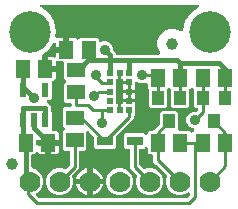
<source format=gbr>
G04 EAGLE Gerber RS-274X export*
G75*
%MOMM*%
%FSLAX34Y34*%
%LPD*%
%INTop Copper*%
%IPPOS*%
%AMOC8*
5,1,8,0,0,1.08239X$1,22.5*%
G01*
%ADD10R,0.500000X0.500000*%
%ADD11R,0.550000X1.200000*%
%ADD12R,1.240000X1.500000*%
%ADD13R,1.000000X1.200000*%
%ADD14R,1.500000X1.240000*%
%ADD15C,1.000000*%
%ADD16C,3.516000*%
%ADD17C,1.778000*%
%ADD18R,1.350000X0.800000*%
%ADD19C,0.254000*%
%ADD20C,0.906400*%
%ADD21C,0.406400*%

G36*
X158014Y11443D02*
X158014Y11443D01*
X158113Y11446D01*
X158171Y11463D01*
X158231Y11471D01*
X158323Y11507D01*
X158419Y11535D01*
X158471Y11565D01*
X158527Y11588D01*
X158607Y11646D01*
X158692Y11696D01*
X158768Y11762D01*
X158784Y11774D01*
X158792Y11784D01*
X158813Y11802D01*
X160918Y13907D01*
X160978Y13985D01*
X161046Y14057D01*
X161075Y14110D01*
X161112Y14158D01*
X161152Y14249D01*
X161200Y14336D01*
X161215Y14394D01*
X161239Y14450D01*
X161254Y14548D01*
X161279Y14644D01*
X161285Y14744D01*
X161289Y14764D01*
X161287Y14776D01*
X161289Y14804D01*
X161289Y15060D01*
X161272Y15197D01*
X161259Y15336D01*
X161252Y15355D01*
X161249Y15375D01*
X161198Y15505D01*
X161151Y15635D01*
X161140Y15652D01*
X161132Y15671D01*
X161051Y15783D01*
X160973Y15898D01*
X160957Y15912D01*
X160946Y15928D01*
X160839Y16017D01*
X160734Y16109D01*
X160716Y16118D01*
X160701Y16131D01*
X160575Y16190D01*
X160451Y16253D01*
X160431Y16258D01*
X160413Y16266D01*
X160277Y16293D01*
X160141Y16323D01*
X160120Y16322D01*
X160101Y16326D01*
X159962Y16318D01*
X159823Y16313D01*
X159803Y16308D01*
X159783Y16306D01*
X159651Y16264D01*
X159517Y16225D01*
X159500Y16215D01*
X159481Y16208D01*
X159363Y16134D01*
X159243Y16063D01*
X159222Y16045D01*
X159212Y16038D01*
X159198Y16023D01*
X159122Y15957D01*
X158875Y15709D01*
X154674Y13969D01*
X150126Y13969D01*
X145925Y15709D01*
X142709Y18925D01*
X140969Y23126D01*
X140969Y27674D01*
X141748Y29554D01*
X141756Y29583D01*
X141770Y29609D01*
X141798Y29736D01*
X141832Y29861D01*
X141833Y29891D01*
X141839Y29920D01*
X141835Y30049D01*
X141837Y30179D01*
X141830Y30208D01*
X141830Y30237D01*
X141793Y30362D01*
X141763Y30488D01*
X141749Y30515D01*
X141741Y30543D01*
X141675Y30655D01*
X141614Y30770D01*
X141595Y30791D01*
X141580Y30817D01*
X141473Y30938D01*
X132803Y39608D01*
X130199Y42212D01*
X130199Y47110D01*
X130184Y47228D01*
X130177Y47347D01*
X130164Y47385D01*
X130159Y47426D01*
X130116Y47536D01*
X130079Y47649D01*
X130057Y47684D01*
X130042Y47721D01*
X129973Y47817D01*
X129909Y47918D01*
X129879Y47946D01*
X129856Y47979D01*
X129764Y48055D01*
X129677Y48136D01*
X129642Y48156D01*
X129611Y48181D01*
X129503Y48232D01*
X129399Y48290D01*
X129359Y48300D01*
X129323Y48317D01*
X129206Y48339D01*
X129091Y48369D01*
X129031Y48373D01*
X129011Y48377D01*
X128990Y48375D01*
X128930Y48379D01*
X126758Y48379D01*
X125269Y49868D01*
X125269Y53252D01*
X125252Y53390D01*
X125239Y53528D01*
X125232Y53547D01*
X125229Y53567D01*
X125178Y53697D01*
X125131Y53828D01*
X125120Y53844D01*
X125112Y53863D01*
X125031Y53975D01*
X124953Y54091D01*
X124937Y54104D01*
X124926Y54120D01*
X124818Y54209D01*
X124714Y54301D01*
X124696Y54310D01*
X124681Y54323D01*
X124555Y54383D01*
X124431Y54446D01*
X124411Y54450D01*
X124393Y54459D01*
X124256Y54485D01*
X124121Y54515D01*
X124100Y54515D01*
X124081Y54519D01*
X123942Y54510D01*
X123803Y54506D01*
X123783Y54500D01*
X123763Y54499D01*
X123631Y54456D01*
X123497Y54417D01*
X123480Y54407D01*
X123461Y54401D01*
X123343Y54326D01*
X123223Y54256D01*
X123202Y54237D01*
X123192Y54231D01*
X123178Y54216D01*
X123103Y54149D01*
X122102Y53149D01*
X119380Y53149D01*
X119262Y53134D01*
X119143Y53127D01*
X119105Y53114D01*
X119064Y53109D01*
X118954Y53066D01*
X118841Y53029D01*
X118806Y53007D01*
X118769Y52992D01*
X118673Y52923D01*
X118572Y52859D01*
X118544Y52829D01*
X118511Y52806D01*
X118435Y52714D01*
X118354Y52627D01*
X118334Y52592D01*
X118309Y52561D01*
X118258Y52453D01*
X118200Y52349D01*
X118190Y52309D01*
X118173Y52273D01*
X118151Y52156D01*
X118121Y52041D01*
X118117Y51981D01*
X118113Y51961D01*
X118115Y51940D01*
X118111Y51880D01*
X118111Y40204D01*
X118123Y40106D01*
X118126Y40007D01*
X118143Y39949D01*
X118151Y39889D01*
X118187Y39797D01*
X118215Y39701D01*
X118245Y39649D01*
X118268Y39593D01*
X118326Y39513D01*
X118376Y39428D01*
X118442Y39352D01*
X118454Y39336D01*
X118464Y39328D01*
X118482Y39307D01*
X121462Y36327D01*
X121486Y36309D01*
X121505Y36286D01*
X121611Y36212D01*
X121714Y36132D01*
X121741Y36120D01*
X121765Y36103D01*
X121886Y36057D01*
X122005Y36006D01*
X122035Y36001D01*
X122062Y35990D01*
X122191Y35976D01*
X122320Y35956D01*
X122349Y35958D01*
X122378Y35955D01*
X122507Y35973D01*
X122636Y35986D01*
X122664Y35996D01*
X122693Y36000D01*
X122846Y36052D01*
X124726Y36831D01*
X129274Y36831D01*
X133475Y35091D01*
X136691Y31875D01*
X138431Y27674D01*
X138431Y23126D01*
X136691Y18925D01*
X133475Y15709D01*
X129274Y13969D01*
X124726Y13969D01*
X120525Y15709D01*
X117309Y18925D01*
X115569Y23126D01*
X115569Y27674D01*
X116348Y29554D01*
X116356Y29583D01*
X116370Y29609D01*
X116398Y29736D01*
X116432Y29861D01*
X116433Y29891D01*
X116439Y29920D01*
X116435Y30049D01*
X116437Y30179D01*
X116430Y30208D01*
X116430Y30237D01*
X116393Y30362D01*
X116363Y30488D01*
X116349Y30515D01*
X116341Y30543D01*
X116275Y30655D01*
X116214Y30770D01*
X116195Y30791D01*
X116180Y30817D01*
X116073Y30938D01*
X110489Y36522D01*
X110489Y51880D01*
X110474Y51998D01*
X110467Y52117D01*
X110454Y52155D01*
X110449Y52196D01*
X110406Y52306D01*
X110369Y52419D01*
X110347Y52454D01*
X110332Y52491D01*
X110263Y52587D01*
X110199Y52688D01*
X110169Y52716D01*
X110146Y52749D01*
X110054Y52825D01*
X109967Y52906D01*
X109932Y52926D01*
X109901Y52951D01*
X109793Y53002D01*
X109689Y53060D01*
X109649Y53070D01*
X109613Y53087D01*
X109496Y53109D01*
X109381Y53139D01*
X109321Y53143D01*
X109301Y53147D01*
X109280Y53145D01*
X109220Y53149D01*
X106498Y53149D01*
X105009Y54638D01*
X105009Y64742D01*
X106498Y66231D01*
X122102Y66231D01*
X123103Y65231D01*
X123212Y65146D01*
X123319Y65057D01*
X123338Y65048D01*
X123354Y65036D01*
X123481Y64980D01*
X123607Y64921D01*
X123627Y64917D01*
X123646Y64909D01*
X123784Y64887D01*
X123920Y64861D01*
X123940Y64863D01*
X123960Y64859D01*
X124099Y64873D01*
X124237Y64881D01*
X124256Y64887D01*
X124276Y64889D01*
X124408Y64936D01*
X124539Y64979D01*
X124557Y64990D01*
X124576Y64997D01*
X124691Y65075D01*
X124808Y65149D01*
X124822Y65164D01*
X124839Y65175D01*
X124931Y65280D01*
X125026Y65381D01*
X125036Y65399D01*
X125049Y65414D01*
X125113Y65538D01*
X125180Y65659D01*
X125185Y65679D01*
X125194Y65697D01*
X125224Y65833D01*
X125259Y65967D01*
X125261Y65995D01*
X125264Y66007D01*
X125263Y66028D01*
X125269Y66128D01*
X125269Y66972D01*
X126758Y68461D01*
X129696Y68461D01*
X129794Y68473D01*
X129893Y68476D01*
X129951Y68493D01*
X130011Y68501D01*
X130103Y68537D01*
X130199Y68565D01*
X130251Y68595D01*
X130307Y68618D01*
X130387Y68676D01*
X130472Y68726D01*
X130548Y68792D01*
X130564Y68804D01*
X130572Y68814D01*
X130593Y68832D01*
X135598Y73837D01*
X135658Y73915D01*
X135726Y73987D01*
X135755Y74040D01*
X135792Y74088D01*
X135832Y74179D01*
X135880Y74266D01*
X135895Y74324D01*
X135919Y74380D01*
X135934Y74478D01*
X135959Y74574D01*
X135965Y74674D01*
X135969Y74694D01*
X135967Y74706D01*
X135969Y74734D01*
X135969Y83412D01*
X137458Y84901D01*
X149562Y84901D01*
X151051Y83412D01*
X151051Y69730D01*
X151066Y69612D01*
X151073Y69493D01*
X151086Y69455D01*
X151091Y69414D01*
X151134Y69304D01*
X151171Y69191D01*
X151193Y69156D01*
X151208Y69119D01*
X151277Y69023D01*
X151341Y68922D01*
X151371Y68894D01*
X151394Y68861D01*
X151486Y68785D01*
X151573Y68704D01*
X151608Y68684D01*
X151639Y68659D01*
X151747Y68608D01*
X151851Y68550D01*
X151891Y68540D01*
X151927Y68523D01*
X152044Y68501D01*
X152159Y68471D01*
X152219Y68467D01*
X152239Y68463D01*
X152260Y68465D01*
X152320Y68461D01*
X160262Y68461D01*
X161663Y67061D01*
X161757Y66988D01*
X161846Y66909D01*
X161882Y66891D01*
X161914Y66866D01*
X162023Y66818D01*
X162129Y66764D01*
X162168Y66755D01*
X162206Y66739D01*
X162323Y66721D01*
X162439Y66695D01*
X162480Y66696D01*
X162520Y66690D01*
X162638Y66701D01*
X162757Y66704D01*
X162796Y66716D01*
X162836Y66719D01*
X162949Y66760D01*
X163063Y66793D01*
X163098Y66813D01*
X163136Y66827D01*
X163234Y66894D01*
X163337Y66954D01*
X163382Y66994D01*
X163399Y67006D01*
X163412Y67021D01*
X163458Y67061D01*
X164627Y68231D01*
X164713Y68340D01*
X164801Y68447D01*
X164810Y68466D01*
X164822Y68482D01*
X164878Y68610D01*
X164937Y68735D01*
X164941Y68755D01*
X164949Y68774D01*
X164971Y68912D01*
X164997Y69048D01*
X164995Y69068D01*
X164999Y69088D01*
X164985Y69227D01*
X164977Y69365D01*
X164971Y69384D01*
X164969Y69404D01*
X164922Y69536D01*
X164879Y69667D01*
X164868Y69685D01*
X164861Y69704D01*
X164783Y69819D01*
X164709Y69936D01*
X164694Y69950D01*
X164683Y69967D01*
X164578Y70059D01*
X164477Y70154D01*
X164459Y70164D01*
X164444Y70177D01*
X164320Y70240D01*
X164199Y70308D01*
X164179Y70313D01*
X164161Y70322D01*
X164025Y70352D01*
X163891Y70387D01*
X163863Y70389D01*
X163851Y70392D01*
X163830Y70391D01*
X163730Y70397D01*
X163693Y70397D01*
X161094Y71474D01*
X159104Y73464D01*
X158027Y76063D01*
X158027Y78877D01*
X159104Y81476D01*
X161094Y83466D01*
X163693Y84543D01*
X166258Y84543D01*
X166356Y84555D01*
X166455Y84558D01*
X166513Y84575D01*
X166573Y84583D01*
X166665Y84619D01*
X166760Y84647D01*
X166813Y84677D01*
X166869Y84700D01*
X166949Y84758D01*
X167034Y84808D01*
X167110Y84874D01*
X167126Y84886D01*
X167134Y84896D01*
X167155Y84914D01*
X167893Y85653D01*
X167978Y85762D01*
X168067Y85869D01*
X168076Y85888D01*
X168088Y85904D01*
X168144Y86032D01*
X168203Y86157D01*
X168207Y86177D01*
X168215Y86196D01*
X168237Y86334D01*
X168263Y86470D01*
X168261Y86490D01*
X168264Y86510D01*
X168251Y86649D01*
X168243Y86787D01*
X168237Y86806D01*
X168235Y86826D01*
X168188Y86957D01*
X168145Y87089D01*
X168134Y87107D01*
X168127Y87126D01*
X168049Y87240D01*
X167975Y87358D01*
X167960Y87372D01*
X167948Y87389D01*
X167844Y87481D01*
X167743Y87576D01*
X167725Y87586D01*
X167710Y87599D01*
X167586Y87662D01*
X167464Y87730D01*
X167445Y87735D01*
X167427Y87744D01*
X167291Y87774D01*
X167157Y87809D01*
X167129Y87811D01*
X167117Y87814D01*
X167096Y87813D01*
X166996Y87819D01*
X166058Y87819D01*
X164569Y89308D01*
X164569Y102752D01*
X164557Y102850D01*
X164554Y102949D01*
X164537Y103007D01*
X164529Y103067D01*
X164493Y103159D01*
X164465Y103255D01*
X164435Y103307D01*
X164412Y103363D01*
X164354Y103443D01*
X164304Y103529D01*
X164238Y103604D01*
X164226Y103620D01*
X164216Y103628D01*
X164198Y103649D01*
X163458Y104389D01*
X163363Y104462D01*
X163274Y104541D01*
X163238Y104559D01*
X163206Y104584D01*
X163097Y104632D01*
X162991Y104686D01*
X162952Y104695D01*
X162914Y104711D01*
X162797Y104729D01*
X162681Y104755D01*
X162640Y104754D01*
X162600Y104760D01*
X162482Y104749D01*
X162363Y104746D01*
X162324Y104734D01*
X162284Y104731D01*
X162172Y104690D01*
X162057Y104657D01*
X162022Y104637D01*
X161984Y104623D01*
X161886Y104556D01*
X161783Y104496D01*
X161738Y104456D01*
X161721Y104444D01*
X161708Y104429D01*
X161663Y104389D01*
X160923Y103649D01*
X160862Y103571D01*
X160794Y103499D01*
X160765Y103446D01*
X160728Y103398D01*
X160688Y103307D01*
X160640Y103220D01*
X160625Y103162D01*
X160601Y103106D01*
X160586Y103008D01*
X160561Y102913D01*
X160555Y102813D01*
X160551Y102792D01*
X160553Y102780D01*
X160551Y102752D01*
X160551Y89308D01*
X159062Y87819D01*
X146958Y87819D01*
X145469Y89308D01*
X145469Y102752D01*
X145457Y102850D01*
X145454Y102949D01*
X145437Y103007D01*
X145429Y103067D01*
X145393Y103159D01*
X145365Y103255D01*
X145335Y103307D01*
X145312Y103363D01*
X145254Y103443D01*
X145204Y103529D01*
X145138Y103604D01*
X145126Y103620D01*
X145116Y103628D01*
X145097Y103649D01*
X144407Y104339D01*
X144314Y104412D01*
X144224Y104491D01*
X144188Y104510D01*
X144156Y104534D01*
X144047Y104582D01*
X143941Y104636D01*
X143901Y104645D01*
X143864Y104661D01*
X143747Y104679D01*
X143631Y104705D01*
X143590Y104704D01*
X143550Y104710D01*
X143432Y104699D01*
X143313Y104696D01*
X143274Y104684D01*
X143234Y104681D01*
X143122Y104640D01*
X143007Y104607D01*
X142972Y104587D01*
X142934Y104573D01*
X142836Y104506D01*
X142733Y104446D01*
X142688Y104406D01*
X142671Y104394D01*
X142658Y104379D01*
X142612Y104339D01*
X141922Y103649D01*
X141862Y103571D01*
X141794Y103499D01*
X141765Y103446D01*
X141728Y103398D01*
X141688Y103307D01*
X141640Y103220D01*
X141625Y103162D01*
X141601Y103106D01*
X141586Y103008D01*
X141561Y102913D01*
X141555Y102813D01*
X141551Y102792D01*
X141553Y102780D01*
X141551Y102752D01*
X141551Y89308D01*
X140062Y87819D01*
X127958Y87819D01*
X126469Y89308D01*
X126469Y102752D01*
X126457Y102850D01*
X126454Y102949D01*
X126437Y103007D01*
X126429Y103067D01*
X126393Y103159D01*
X126365Y103255D01*
X126335Y103307D01*
X126312Y103363D01*
X126254Y103443D01*
X126204Y103529D01*
X126138Y103604D01*
X126126Y103620D01*
X126116Y103628D01*
X126097Y103649D01*
X125269Y104478D01*
X125269Y107928D01*
X125263Y107978D01*
X125265Y108027D01*
X125248Y108111D01*
X125247Y108131D01*
X125242Y108147D01*
X125229Y108244D01*
X125211Y108290D01*
X125201Y108339D01*
X125153Y108437D01*
X125112Y108540D01*
X125083Y108580D01*
X125061Y108624D01*
X124990Y108708D01*
X124926Y108797D01*
X124887Y108829D01*
X124855Y108866D01*
X124765Y108930D01*
X124681Y109000D01*
X124636Y109021D01*
X124595Y109050D01*
X124492Y109088D01*
X124393Y109135D01*
X124344Y109145D01*
X124298Y109162D01*
X124188Y109174D01*
X124081Y109195D01*
X124031Y109192D01*
X123982Y109197D01*
X123873Y109182D01*
X123763Y109175D01*
X123716Y109160D01*
X123667Y109153D01*
X123514Y109101D01*
X122057Y108497D01*
X119243Y108497D01*
X116410Y109671D01*
X116402Y109673D01*
X116303Y109720D01*
X116284Y109723D01*
X116266Y109731D01*
X116127Y109753D01*
X115990Y109779D01*
X115971Y109778D01*
X115952Y109781D01*
X115812Y109768D01*
X115673Y109760D01*
X115654Y109754D01*
X115635Y109752D01*
X115503Y109705D01*
X115371Y109662D01*
X115354Y109651D01*
X115336Y109645D01*
X115220Y109566D01*
X115102Y109491D01*
X115088Y109477D01*
X115072Y109466D01*
X114980Y109362D01*
X114884Y109260D01*
X114874Y109243D01*
X114862Y109228D01*
X114798Y109104D01*
X114730Y108981D01*
X114726Y108962D01*
X114717Y108945D01*
X114686Y108809D01*
X114651Y108673D01*
X114649Y108646D01*
X114647Y108635D01*
X114647Y108614D01*
X114641Y108513D01*
X114641Y106766D01*
X114450Y106056D01*
X114444Y106043D01*
X114432Y105991D01*
X114411Y105943D01*
X114396Y105837D01*
X114371Y105733D01*
X114372Y105681D01*
X114364Y105628D01*
X114375Y105522D01*
X114378Y105415D01*
X114392Y105364D01*
X114397Y105312D01*
X114428Y105230D01*
X114641Y104434D01*
X114641Y102869D01*
X110869Y102869D01*
X110869Y109600D01*
X110854Y109718D01*
X110847Y109837D01*
X110835Y109875D01*
X110830Y109915D01*
X110786Y110026D01*
X110749Y110139D01*
X110727Y110173D01*
X110713Y110211D01*
X110643Y110307D01*
X110579Y110408D01*
X110578Y110408D01*
X110549Y110436D01*
X110526Y110468D01*
X110525Y110469D01*
X110433Y110545D01*
X110347Y110626D01*
X110311Y110646D01*
X110280Y110672D01*
X110173Y110722D01*
X110068Y110780D01*
X110029Y110790D01*
X109993Y110807D01*
X109876Y110829D01*
X109760Y110859D01*
X109700Y110863D01*
X109680Y110867D01*
X109660Y110866D01*
X109600Y110869D01*
X104559Y110869D01*
X104559Y111290D01*
X104544Y111408D01*
X104537Y111527D01*
X104524Y111565D01*
X104519Y111606D01*
X104476Y111716D01*
X104439Y111829D01*
X104417Y111864D01*
X104402Y111901D01*
X104333Y111997D01*
X104269Y112098D01*
X104239Y112126D01*
X104216Y112159D01*
X104124Y112235D01*
X104037Y112316D01*
X104002Y112336D01*
X103971Y112361D01*
X103863Y112412D01*
X103759Y112470D01*
X103719Y112480D01*
X103683Y112497D01*
X103566Y112519D01*
X103451Y112549D01*
X103391Y112553D01*
X103371Y112557D01*
X103350Y112555D01*
X103290Y112559D01*
X102869Y112559D01*
X102869Y117600D01*
X102854Y117718D01*
X102847Y117837D01*
X102835Y117875D01*
X102830Y117915D01*
X102786Y118026D01*
X102749Y118139D01*
X102727Y118173D01*
X102713Y118211D01*
X102643Y118307D01*
X102579Y118408D01*
X102549Y118436D01*
X102526Y118468D01*
X102434Y118544D01*
X102347Y118626D01*
X102312Y118645D01*
X102281Y118671D01*
X102173Y118722D01*
X102069Y118779D01*
X102030Y118789D01*
X101993Y118807D01*
X101876Y118829D01*
X101761Y118859D01*
X101701Y118863D01*
X101681Y118866D01*
X101680Y118866D01*
X101660Y118865D01*
X101600Y118869D01*
X101482Y118854D01*
X101363Y118847D01*
X101324Y118834D01*
X101284Y118829D01*
X101174Y118785D01*
X101060Y118749D01*
X101026Y118727D01*
X100989Y118712D01*
X100892Y118642D01*
X100792Y118578D01*
X100764Y118549D01*
X100731Y118525D01*
X100655Y118433D01*
X100574Y118347D01*
X100554Y118311D01*
X100528Y118280D01*
X100478Y118173D01*
X100420Y118068D01*
X100410Y118029D01*
X100393Y117993D01*
X100371Y117876D01*
X100341Y117760D01*
X100337Y117700D01*
X100333Y117680D01*
X100334Y117660D01*
X100331Y117600D01*
X100331Y112559D01*
X99910Y112559D01*
X99792Y112544D01*
X99673Y112537D01*
X99635Y112524D01*
X99594Y112519D01*
X99484Y112476D01*
X99371Y112439D01*
X99336Y112417D01*
X99299Y112402D01*
X99202Y112332D01*
X99102Y112269D01*
X99074Y112239D01*
X99041Y112216D01*
X98965Y112124D01*
X98884Y112037D01*
X98864Y112002D01*
X98839Y111971D01*
X98788Y111863D01*
X98730Y111759D01*
X98720Y111719D01*
X98703Y111683D01*
X98681Y111566D01*
X98651Y111451D01*
X98647Y111391D01*
X98643Y111371D01*
X98645Y111350D01*
X98641Y111290D01*
X98641Y91910D01*
X98656Y91792D01*
X98663Y91673D01*
X98676Y91635D01*
X98681Y91594D01*
X98724Y91484D01*
X98761Y91371D01*
X98783Y91336D01*
X98798Y91299D01*
X98867Y91203D01*
X98931Y91102D01*
X98961Y91074D01*
X98984Y91041D01*
X99076Y90965D01*
X99163Y90884D01*
X99198Y90864D01*
X99229Y90839D01*
X99337Y90788D01*
X99441Y90730D01*
X99481Y90720D01*
X99517Y90703D01*
X99634Y90681D01*
X99749Y90651D01*
X99809Y90647D01*
X99829Y90643D01*
X99850Y90645D01*
X99910Y90641D01*
X100331Y90641D01*
X100331Y85600D01*
X100346Y85482D01*
X100353Y85363D01*
X100365Y85325D01*
X100370Y85285D01*
X100414Y85174D01*
X100451Y85061D01*
X100473Y85027D01*
X100487Y84989D01*
X100557Y84893D01*
X100621Y84792D01*
X100651Y84764D01*
X100674Y84732D01*
X100766Y84656D01*
X100853Y84574D01*
X100888Y84555D01*
X100919Y84529D01*
X101027Y84478D01*
X101131Y84421D01*
X101170Y84411D01*
X101207Y84393D01*
X101324Y84371D01*
X101439Y84341D01*
X101499Y84337D01*
X101519Y84334D01*
X101520Y84334D01*
X101540Y84335D01*
X101600Y84331D01*
X101718Y84346D01*
X101837Y84353D01*
X101875Y84366D01*
X101916Y84371D01*
X102026Y84415D01*
X102140Y84451D01*
X102174Y84473D01*
X102211Y84488D01*
X102308Y84558D01*
X102408Y84622D01*
X102436Y84651D01*
X102469Y84675D01*
X102545Y84767D01*
X102626Y84853D01*
X102646Y84889D01*
X102672Y84920D01*
X102722Y85027D01*
X102780Y85132D01*
X102790Y85171D01*
X102807Y85207D01*
X102829Y85324D01*
X102859Y85440D01*
X102863Y85500D01*
X102867Y85520D01*
X102866Y85540D01*
X102869Y85600D01*
X102869Y90641D01*
X103290Y90641D01*
X103408Y90656D01*
X103527Y90663D01*
X103565Y90676D01*
X103606Y90681D01*
X103716Y90724D01*
X103829Y90761D01*
X103864Y90783D01*
X103901Y90798D01*
X103997Y90867D01*
X104098Y90931D01*
X104126Y90961D01*
X104159Y90984D01*
X104235Y91076D01*
X104316Y91163D01*
X104336Y91198D01*
X104361Y91229D01*
X104412Y91337D01*
X104470Y91441D01*
X104480Y91481D01*
X104497Y91517D01*
X104519Y91634D01*
X104549Y91749D01*
X104553Y91809D01*
X104557Y91829D01*
X104555Y91850D01*
X104559Y91910D01*
X104559Y92331D01*
X109600Y92331D01*
X114641Y92331D01*
X114641Y90766D01*
X114489Y90201D01*
X114475Y90096D01*
X114452Y89993D01*
X114454Y89940D01*
X114446Y89886D01*
X114458Y89781D01*
X114462Y89675D01*
X114477Y89624D01*
X114483Y89570D01*
X114521Y89471D01*
X114550Y89370D01*
X114577Y89323D01*
X114597Y89273D01*
X114641Y89211D01*
X114641Y82048D01*
X113783Y81189D01*
X113722Y81111D01*
X113654Y81039D01*
X113625Y80986D01*
X113588Y80938D01*
X113548Y80847D01*
X113500Y80760D01*
X113485Y80702D01*
X113461Y80646D01*
X113446Y80548D01*
X113421Y80453D01*
X113415Y80353D01*
X113411Y80332D01*
X113413Y80320D01*
X113411Y80292D01*
X113411Y78812D01*
X98562Y63963D01*
X98502Y63885D01*
X98434Y63813D01*
X98405Y63760D01*
X98368Y63712D01*
X98328Y63621D01*
X98280Y63534D01*
X98265Y63476D01*
X98241Y63420D01*
X98226Y63322D01*
X98201Y63226D01*
X98195Y63126D01*
X98191Y63106D01*
X98193Y63094D01*
X98191Y63066D01*
X98191Y54638D01*
X96702Y53149D01*
X81098Y53149D01*
X79609Y54638D01*
X79609Y63066D01*
X79597Y63164D01*
X79594Y63263D01*
X79577Y63321D01*
X79569Y63381D01*
X79533Y63473D01*
X79505Y63569D01*
X79475Y63621D01*
X79452Y63677D01*
X79394Y63757D01*
X79344Y63842D01*
X79278Y63918D01*
X79266Y63934D01*
X79256Y63942D01*
X79238Y63963D01*
X75707Y67493D01*
X75598Y67579D01*
X75491Y67667D01*
X75472Y67676D01*
X75456Y67688D01*
X75328Y67744D01*
X75203Y67803D01*
X75183Y67807D01*
X75164Y67815D01*
X75026Y67837D01*
X74890Y67863D01*
X74870Y67861D01*
X74850Y67864D01*
X74711Y67851D01*
X74573Y67843D01*
X74554Y67837D01*
X74534Y67835D01*
X74402Y67787D01*
X74271Y67745D01*
X74253Y67734D01*
X74234Y67727D01*
X74119Y67649D01*
X74002Y67575D01*
X73988Y67560D01*
X73971Y67548D01*
X73879Y67444D01*
X73784Y67343D01*
X73774Y67325D01*
X73761Y67310D01*
X73697Y67186D01*
X73630Y67064D01*
X73625Y67045D01*
X73616Y67027D01*
X73586Y66891D01*
X73551Y66757D01*
X73549Y66728D01*
X73546Y66717D01*
X73547Y66696D01*
X73541Y66596D01*
X73541Y53098D01*
X72052Y51609D01*
X68580Y51609D01*
X68462Y51594D01*
X68343Y51587D01*
X68305Y51574D01*
X68264Y51569D01*
X68154Y51526D01*
X68041Y51489D01*
X68006Y51467D01*
X67969Y51452D01*
X67873Y51383D01*
X67772Y51319D01*
X67744Y51289D01*
X67711Y51266D01*
X67635Y51174D01*
X67554Y51087D01*
X67534Y51052D01*
X67509Y51021D01*
X67458Y50913D01*
X67400Y50809D01*
X67390Y50769D01*
X67373Y50733D01*
X67351Y50616D01*
X67321Y50501D01*
X67317Y50441D01*
X67313Y50421D01*
X67315Y50400D01*
X67311Y50340D01*
X67311Y36522D01*
X64707Y33918D01*
X61727Y30938D01*
X61709Y30914D01*
X61686Y30895D01*
X61612Y30789D01*
X61532Y30686D01*
X61520Y30659D01*
X61503Y30635D01*
X61457Y30514D01*
X61406Y30395D01*
X61401Y30365D01*
X61390Y30338D01*
X61376Y30209D01*
X61356Y30080D01*
X61358Y30051D01*
X61355Y30022D01*
X61373Y29893D01*
X61386Y29764D01*
X61396Y29736D01*
X61400Y29707D01*
X61452Y29554D01*
X62231Y27674D01*
X62231Y23126D01*
X60491Y18925D01*
X57275Y15709D01*
X53074Y13969D01*
X48526Y13969D01*
X44325Y15709D01*
X41109Y18925D01*
X39369Y23126D01*
X39369Y27674D01*
X41109Y31875D01*
X44325Y35091D01*
X48526Y36831D01*
X53074Y36831D01*
X54954Y36052D01*
X54983Y36044D01*
X55009Y36030D01*
X55136Y36002D01*
X55261Y35968D01*
X55291Y35967D01*
X55320Y35961D01*
X55449Y35965D01*
X55579Y35963D01*
X55608Y35970D01*
X55637Y35970D01*
X55762Y36007D01*
X55888Y36037D01*
X55915Y36051D01*
X55943Y36059D01*
X56055Y36125D01*
X56170Y36186D01*
X56191Y36205D01*
X56217Y36220D01*
X56338Y36327D01*
X59318Y39307D01*
X59378Y39385D01*
X59446Y39457D01*
X59475Y39510D01*
X59512Y39558D01*
X59552Y39649D01*
X59600Y39736D01*
X59615Y39794D01*
X59639Y39850D01*
X59654Y39948D01*
X59679Y40044D01*
X59685Y40144D01*
X59689Y40164D01*
X59687Y40176D01*
X59689Y40204D01*
X59689Y50340D01*
X59674Y50458D01*
X59667Y50577D01*
X59654Y50615D01*
X59649Y50656D01*
X59606Y50766D01*
X59569Y50879D01*
X59547Y50914D01*
X59532Y50951D01*
X59463Y51047D01*
X59399Y51148D01*
X59369Y51176D01*
X59346Y51209D01*
X59254Y51285D01*
X59167Y51366D01*
X59132Y51386D01*
X59101Y51411D01*
X58993Y51462D01*
X58889Y51520D01*
X58849Y51530D01*
X58813Y51547D01*
X58696Y51569D01*
X58581Y51599D01*
X58521Y51603D01*
X58501Y51607D01*
X58480Y51605D01*
X58420Y51609D01*
X54948Y51609D01*
X53459Y53098D01*
X53459Y67602D01*
X54809Y68953D01*
X54882Y69047D01*
X54961Y69136D01*
X54979Y69172D01*
X55004Y69204D01*
X55052Y69313D01*
X55106Y69419D01*
X55115Y69458D01*
X55131Y69496D01*
X55149Y69613D01*
X55175Y69729D01*
X55174Y69770D01*
X55180Y69810D01*
X55169Y69928D01*
X55166Y70047D01*
X55154Y70086D01*
X55151Y70126D01*
X55110Y70238D01*
X55077Y70353D01*
X55057Y70388D01*
X55043Y70426D01*
X54976Y70524D01*
X54916Y70627D01*
X54876Y70672D01*
X54864Y70689D01*
X54849Y70702D01*
X54809Y70748D01*
X53459Y72098D01*
X53459Y86602D01*
X54948Y88091D01*
X59690Y88091D01*
X59808Y88106D01*
X59927Y88113D01*
X59965Y88126D01*
X60006Y88131D01*
X60116Y88174D01*
X60229Y88211D01*
X60264Y88233D01*
X60301Y88248D01*
X60397Y88317D01*
X60498Y88381D01*
X60526Y88411D01*
X60559Y88434D01*
X60635Y88526D01*
X60716Y88613D01*
X60736Y88648D01*
X60761Y88679D01*
X60812Y88787D01*
X60870Y88891D01*
X60880Y88931D01*
X60897Y88967D01*
X60919Y89084D01*
X60949Y89199D01*
X60953Y89259D01*
X60957Y89279D01*
X60955Y89300D01*
X60959Y89360D01*
X60959Y90980D01*
X60944Y91098D01*
X60937Y91217D01*
X60924Y91255D01*
X60919Y91296D01*
X60876Y91406D01*
X60839Y91519D01*
X60817Y91554D01*
X60802Y91591D01*
X60733Y91687D01*
X60669Y91788D01*
X60639Y91816D01*
X60616Y91849D01*
X60524Y91925D01*
X60437Y92006D01*
X60402Y92026D01*
X60371Y92051D01*
X60263Y92102D01*
X60159Y92160D01*
X60119Y92170D01*
X60083Y92187D01*
X59966Y92209D01*
X59851Y92239D01*
X59791Y92243D01*
X59771Y92247D01*
X59750Y92245D01*
X59690Y92249D01*
X56218Y92249D01*
X54729Y93738D01*
X54729Y108242D01*
X56079Y109592D01*
X56152Y109687D01*
X56231Y109776D01*
X56249Y109812D01*
X56274Y109844D01*
X56322Y109953D01*
X56376Y110059D01*
X56385Y110098D01*
X56401Y110136D01*
X56419Y110253D01*
X56445Y110369D01*
X56444Y110410D01*
X56450Y110450D01*
X56439Y110568D01*
X56436Y110687D01*
X56424Y110726D01*
X56421Y110766D01*
X56380Y110879D01*
X56347Y110993D01*
X56327Y111027D01*
X56313Y111066D01*
X56246Y111164D01*
X56186Y111267D01*
X56146Y111312D01*
X56134Y111329D01*
X56119Y111342D01*
X56079Y111387D01*
X54729Y112738D01*
X54729Y125850D01*
X54714Y125968D01*
X54707Y126087D01*
X54694Y126125D01*
X54689Y126166D01*
X54646Y126276D01*
X54609Y126389D01*
X54587Y126424D01*
X54572Y126461D01*
X54503Y126557D01*
X54439Y126658D01*
X54409Y126686D01*
X54386Y126719D01*
X54294Y126795D01*
X54207Y126876D01*
X54172Y126896D01*
X54141Y126921D01*
X54033Y126972D01*
X53929Y127030D01*
X53889Y127040D01*
X53853Y127057D01*
X53736Y127079D01*
X53621Y127109D01*
X53561Y127113D01*
X53541Y127117D01*
X53520Y127115D01*
X53460Y127119D01*
X50006Y127119D01*
X49359Y127292D01*
X49355Y127295D01*
X49233Y127346D01*
X49113Y127403D01*
X49086Y127408D01*
X49062Y127418D01*
X48930Y127438D01*
X48800Y127463D01*
X48774Y127461D01*
X48747Y127465D01*
X48615Y127451D01*
X48483Y127443D01*
X48458Y127435D01*
X48431Y127432D01*
X48306Y127386D01*
X48181Y127345D01*
X48158Y127330D01*
X48133Y127321D01*
X48024Y127246D01*
X47912Y127175D01*
X47893Y127155D01*
X47871Y127140D01*
X47785Y127040D01*
X47694Y126943D01*
X47681Y126919D01*
X47663Y126899D01*
X47604Y126781D01*
X47540Y126665D01*
X47534Y126638D01*
X47522Y126614D01*
X47494Y126485D01*
X47461Y126357D01*
X47459Y126318D01*
X47455Y126303D01*
X47456Y126282D01*
X47451Y126196D01*
X47451Y123189D01*
X41249Y123189D01*
X41249Y130691D01*
X45244Y130691D01*
X45891Y130518D01*
X45895Y130515D01*
X46017Y130464D01*
X46137Y130407D01*
X46164Y130402D01*
X46188Y130392D01*
X46320Y130372D01*
X46450Y130347D01*
X46476Y130349D01*
X46503Y130345D01*
X46635Y130359D01*
X46767Y130367D01*
X46792Y130375D01*
X46819Y130378D01*
X46944Y130424D01*
X47069Y130465D01*
X47092Y130480D01*
X47117Y130489D01*
X47226Y130564D01*
X47338Y130635D01*
X47357Y130655D01*
X47379Y130670D01*
X47465Y130770D01*
X47556Y130867D01*
X47569Y130891D01*
X47587Y130911D01*
X47646Y131029D01*
X47710Y131145D01*
X47716Y131172D01*
X47728Y131196D01*
X47756Y131325D01*
X47789Y131453D01*
X47791Y131492D01*
X47795Y131507D01*
X47794Y131528D01*
X47799Y131614D01*
X47799Y134621D01*
X55270Y134621D01*
X55388Y134636D01*
X55507Y134643D01*
X55545Y134656D01*
X55585Y134661D01*
X55696Y134704D01*
X55809Y134741D01*
X55844Y134763D01*
X55881Y134778D01*
X55977Y134848D01*
X56078Y134911D01*
X56106Y134941D01*
X56138Y134965D01*
X56214Y135056D01*
X56296Y135143D01*
X56315Y135178D01*
X56341Y135209D01*
X56392Y135317D01*
X56449Y135421D01*
X56460Y135461D01*
X56477Y135497D01*
X56499Y135614D01*
X56529Y135729D01*
X56533Y135790D01*
X56537Y135810D01*
X56535Y135830D01*
X56539Y135890D01*
X56539Y137161D01*
X57810Y137161D01*
X57928Y137176D01*
X58047Y137183D01*
X58085Y137196D01*
X58125Y137201D01*
X58236Y137245D01*
X58349Y137281D01*
X58384Y137303D01*
X58421Y137318D01*
X58517Y137388D01*
X58618Y137451D01*
X58646Y137481D01*
X58678Y137505D01*
X58754Y137596D01*
X58836Y137683D01*
X58855Y137718D01*
X58881Y137750D01*
X58932Y137857D01*
X58989Y137961D01*
X59000Y138001D01*
X59017Y138037D01*
X59039Y138154D01*
X59069Y138269D01*
X59073Y138330D01*
X59077Y138350D01*
X59075Y138370D01*
X59079Y138430D01*
X59079Y147201D01*
X63074Y147201D01*
X63721Y147028D01*
X64300Y146693D01*
X64773Y146220D01*
X64873Y146046D01*
X64950Y145946D01*
X65020Y145842D01*
X65045Y145820D01*
X65066Y145793D01*
X65164Y145715D01*
X65258Y145632D01*
X65288Y145616D01*
X65315Y145595D01*
X65430Y145544D01*
X65542Y145487D01*
X65575Y145480D01*
X65605Y145466D01*
X65730Y145445D01*
X65852Y145417D01*
X65886Y145418D01*
X65919Y145413D01*
X66044Y145423D01*
X66170Y145427D01*
X66202Y145436D01*
X66236Y145439D01*
X66355Y145480D01*
X66475Y145515D01*
X66504Y145532D01*
X66536Y145544D01*
X66641Y145613D01*
X66749Y145677D01*
X66786Y145709D01*
X66801Y145719D01*
X66816Y145735D01*
X66870Y145783D01*
X68288Y147201D01*
X82792Y147201D01*
X84281Y145712D01*
X84281Y144802D01*
X84287Y144752D01*
X84285Y144703D01*
X84307Y144595D01*
X84321Y144486D01*
X84339Y144440D01*
X84349Y144391D01*
X84397Y144293D01*
X84438Y144190D01*
X84467Y144150D01*
X84489Y144106D01*
X84560Y144022D01*
X84624Y143933D01*
X84663Y143901D01*
X84695Y143864D01*
X84785Y143800D01*
X84869Y143730D01*
X84914Y143709D01*
X84955Y143680D01*
X85058Y143642D01*
X85157Y143595D01*
X85206Y143585D01*
X85252Y143568D01*
X85362Y143556D01*
X85469Y143535D01*
X85519Y143538D01*
X85568Y143533D01*
X85677Y143548D01*
X85787Y143555D01*
X85834Y143570D01*
X85883Y143577D01*
X86036Y143629D01*
X87493Y144233D01*
X90307Y144233D01*
X92906Y143156D01*
X94896Y141166D01*
X95973Y138567D01*
X95973Y137080D01*
X95985Y136982D01*
X95988Y136883D01*
X95994Y136861D01*
X95995Y136850D01*
X96006Y136815D01*
X96013Y136764D01*
X96049Y136672D01*
X96077Y136577D01*
X96092Y136552D01*
X96093Y136547D01*
X96108Y136524D01*
X96130Y136469D01*
X96188Y136389D01*
X96238Y136303D01*
X96304Y136228D01*
X96316Y136211D01*
X96326Y136203D01*
X96344Y136182D01*
X98173Y134354D01*
X98173Y134112D01*
X98188Y133994D01*
X98195Y133875D01*
X98208Y133837D01*
X98213Y133796D01*
X98256Y133686D01*
X98293Y133573D01*
X98315Y133538D01*
X98330Y133501D01*
X98399Y133405D01*
X98463Y133304D01*
X98493Y133276D01*
X98516Y133243D01*
X98608Y133167D01*
X98695Y133086D01*
X98730Y133066D01*
X98761Y133041D01*
X98869Y132990D01*
X98973Y132932D01*
X99013Y132922D01*
X99049Y132905D01*
X99166Y132883D01*
X99281Y132853D01*
X99341Y132849D01*
X99361Y132845D01*
X99382Y132847D01*
X99442Y132843D01*
X134648Y132843D01*
X134786Y132860D01*
X134924Y132873D01*
X134943Y132880D01*
X134963Y132883D01*
X135093Y132934D01*
X135223Y132981D01*
X135240Y132992D01*
X135259Y133000D01*
X135371Y133081D01*
X135487Y133159D01*
X135500Y133175D01*
X135516Y133186D01*
X135605Y133294D01*
X135697Y133398D01*
X135706Y133416D01*
X135719Y133431D01*
X135778Y133557D01*
X135842Y133681D01*
X135846Y133701D01*
X135855Y133719D01*
X135881Y133855D01*
X135911Y133991D01*
X135911Y134012D01*
X135914Y134031D01*
X135906Y134170D01*
X135902Y134309D01*
X135896Y134329D01*
X135895Y134349D01*
X135852Y134481D01*
X135813Y134615D01*
X135803Y134632D01*
X135797Y134651D01*
X135722Y134769D01*
X135652Y134889D01*
X135633Y134910D01*
X135627Y134920D01*
X135612Y134934D01*
X135545Y135010D01*
X135418Y135136D01*
X133509Y139745D01*
X133509Y144735D01*
X135418Y149344D01*
X138946Y152872D01*
X143555Y154781D01*
X148545Y154781D01*
X153154Y152872D01*
X153196Y152829D01*
X153208Y152820D01*
X153217Y152808D01*
X153334Y152722D01*
X153448Y152634D01*
X153461Y152628D01*
X153473Y152619D01*
X153607Y152565D01*
X153739Y152508D01*
X153754Y152505D01*
X153768Y152500D01*
X153912Y152480D01*
X154053Y152458D01*
X154068Y152459D01*
X154083Y152457D01*
X154227Y152474D01*
X154370Y152488D01*
X154384Y152493D01*
X154399Y152494D01*
X154533Y152546D01*
X154669Y152595D01*
X154682Y152603D01*
X154696Y152609D01*
X154813Y152693D01*
X154933Y152774D01*
X154942Y152785D01*
X154954Y152793D01*
X155048Y152904D01*
X155143Y153012D01*
X155150Y153025D01*
X155159Y153037D01*
X155222Y153167D01*
X155288Y153295D01*
X155291Y153310D01*
X155297Y153323D01*
X155339Y153479D01*
X156850Y161078D01*
X161766Y168434D01*
X168501Y172935D01*
X168580Y173003D01*
X168665Y173064D01*
X168700Y173107D01*
X168741Y173143D01*
X168801Y173229D01*
X168867Y173309D01*
X168891Y173359D01*
X168922Y173405D01*
X168958Y173503D01*
X169003Y173597D01*
X169013Y173651D01*
X169032Y173703D01*
X169043Y173807D01*
X169063Y173910D01*
X169059Y173965D01*
X169065Y174019D01*
X169049Y174123D01*
X169043Y174227D01*
X169026Y174279D01*
X169018Y174334D01*
X168977Y174430D01*
X168945Y174529D01*
X168915Y174576D01*
X168894Y174627D01*
X168831Y174710D01*
X168775Y174798D01*
X168735Y174836D01*
X168701Y174880D01*
X168619Y174945D01*
X168543Y175016D01*
X168495Y175043D01*
X168452Y175077D01*
X168356Y175119D01*
X168265Y175170D01*
X168211Y175183D01*
X168161Y175206D01*
X168058Y175223D01*
X167957Y175249D01*
X167869Y175255D01*
X167847Y175258D01*
X167832Y175257D01*
X167796Y175259D01*
X35404Y175259D01*
X35300Y175246D01*
X35196Y175242D01*
X35143Y175226D01*
X35089Y175219D01*
X34992Y175181D01*
X34891Y175151D01*
X34844Y175123D01*
X34793Y175102D01*
X34708Y175041D01*
X34619Y174987D01*
X34580Y174948D01*
X34535Y174916D01*
X34469Y174835D01*
X34396Y174761D01*
X34368Y174713D01*
X34333Y174671D01*
X34288Y174576D01*
X34236Y174486D01*
X34221Y174433D01*
X34197Y174383D01*
X34178Y174280D01*
X34149Y174180D01*
X34148Y174125D01*
X34137Y174071D01*
X34144Y173966D01*
X34141Y173862D01*
X34154Y173808D01*
X34157Y173753D01*
X34189Y173654D01*
X34213Y173552D01*
X34238Y173503D01*
X34255Y173451D01*
X34311Y173362D01*
X34359Y173270D01*
X34396Y173228D01*
X34425Y173182D01*
X34501Y173110D01*
X34571Y173032D01*
X34641Y172979D01*
X34657Y172964D01*
X34670Y172957D01*
X34699Y172935D01*
X41434Y168434D01*
X46350Y161078D01*
X48076Y152400D01*
X47249Y148241D01*
X47242Y148143D01*
X47225Y148047D01*
X47230Y147985D01*
X47226Y147924D01*
X47244Y147827D01*
X47252Y147730D01*
X47272Y147672D01*
X47283Y147611D01*
X47324Y147522D01*
X47356Y147430D01*
X47390Y147378D01*
X47416Y147322D01*
X47478Y147246D01*
X47532Y147165D01*
X47578Y147123D01*
X47617Y147075D01*
X47696Y147017D01*
X47768Y146952D01*
X47823Y146923D01*
X47873Y146886D01*
X47963Y146849D01*
X48050Y146804D01*
X48110Y146790D01*
X48167Y146767D01*
X48264Y146754D01*
X48359Y146731D01*
X48421Y146732D01*
X48483Y146724D01*
X48580Y146735D01*
X48677Y146737D01*
X48737Y146754D01*
X48798Y146761D01*
X48890Y146796D01*
X48984Y146823D01*
X49076Y146868D01*
X49095Y146876D01*
X49104Y146882D01*
X49128Y146894D01*
X49359Y147028D01*
X50006Y147201D01*
X54001Y147201D01*
X54001Y139699D01*
X47799Y139699D01*
X47799Y141708D01*
X47786Y141811D01*
X47782Y141916D01*
X47766Y141968D01*
X47759Y142023D01*
X47721Y142120D01*
X47691Y142220D01*
X47663Y142268D01*
X47642Y142319D01*
X47581Y142403D01*
X47527Y142493D01*
X47488Y142531D01*
X47456Y142576D01*
X47375Y142643D01*
X47301Y142716D01*
X47253Y142744D01*
X47211Y142779D01*
X47116Y142823D01*
X47026Y142876D01*
X46973Y142891D01*
X46923Y142914D01*
X46820Y142934D01*
X46720Y142962D01*
X46665Y142964D01*
X46611Y142974D01*
X46506Y142968D01*
X46402Y142970D01*
X46348Y142958D01*
X46293Y142954D01*
X46194Y142922D01*
X46092Y142899D01*
X46043Y142873D01*
X45991Y142856D01*
X45902Y142801D01*
X45810Y142752D01*
X45768Y142716D01*
X45722Y142686D01*
X45650Y142610D01*
X45572Y142541D01*
X45519Y142470D01*
X45504Y142455D01*
X45497Y142442D01*
X45475Y142413D01*
X41434Y136366D01*
X36420Y133015D01*
X36341Y132947D01*
X36257Y132886D01*
X36221Y132843D01*
X36180Y132807D01*
X36120Y132721D01*
X36054Y132641D01*
X36030Y132591D01*
X35999Y132545D01*
X35963Y132447D01*
X35918Y132353D01*
X35908Y132299D01*
X35889Y132247D01*
X35878Y132143D01*
X35858Y132040D01*
X35862Y131985D01*
X35856Y131931D01*
X35872Y131827D01*
X35878Y131723D01*
X35895Y131671D01*
X35903Y131616D01*
X35944Y131520D01*
X35976Y131421D01*
X36006Y131374D01*
X36027Y131323D01*
X36091Y131240D01*
X36146Y131152D01*
X36171Y131129D01*
X36171Y121920D01*
X36186Y121802D01*
X36193Y121683D01*
X36206Y121645D01*
X36211Y121605D01*
X36254Y121494D01*
X36291Y121381D01*
X36313Y121346D01*
X36328Y121309D01*
X36398Y121213D01*
X36461Y121112D01*
X36491Y121084D01*
X36515Y121052D01*
X36606Y120976D01*
X36693Y120894D01*
X36728Y120875D01*
X36759Y120849D01*
X36867Y120798D01*
X36971Y120741D01*
X37011Y120730D01*
X37047Y120713D01*
X37164Y120691D01*
X37279Y120661D01*
X37340Y120657D01*
X37360Y120653D01*
X37380Y120655D01*
X37440Y120651D01*
X38711Y120651D01*
X38711Y119380D01*
X38726Y119262D01*
X38733Y119143D01*
X38746Y119105D01*
X38751Y119065D01*
X38795Y118954D01*
X38831Y118841D01*
X38853Y118806D01*
X38868Y118769D01*
X38938Y118673D01*
X39001Y118572D01*
X39031Y118544D01*
X39055Y118511D01*
X39146Y118436D01*
X39233Y118354D01*
X39268Y118334D01*
X39300Y118309D01*
X39407Y118258D01*
X39511Y118200D01*
X39551Y118190D01*
X39587Y118173D01*
X39704Y118151D01*
X39819Y118121D01*
X39880Y118117D01*
X39900Y118113D01*
X39920Y118115D01*
X39980Y118111D01*
X47451Y118111D01*
X47451Y112816D01*
X47278Y112169D01*
X46943Y111590D01*
X46470Y111117D01*
X45891Y110782D01*
X45222Y110603D01*
X45152Y110594D01*
X45033Y110587D01*
X44995Y110574D01*
X44954Y110569D01*
X44844Y110526D01*
X44731Y110489D01*
X44696Y110467D01*
X44659Y110452D01*
X44563Y110383D01*
X44462Y110319D01*
X44434Y110289D01*
X44401Y110266D01*
X44325Y110174D01*
X44244Y110087D01*
X44224Y110052D01*
X44199Y110021D01*
X44148Y109913D01*
X44090Y109809D01*
X44080Y109769D01*
X44063Y109733D01*
X44041Y109616D01*
X44011Y109501D01*
X44007Y109441D01*
X44003Y109421D01*
X44005Y109400D01*
X44001Y109340D01*
X44001Y96119D01*
X42512Y94630D01*
X41241Y94630D01*
X41103Y94613D01*
X40964Y94600D01*
X40945Y94593D01*
X40925Y94590D01*
X40796Y94539D01*
X40665Y94492D01*
X40648Y94481D01*
X40630Y94473D01*
X40517Y94392D01*
X40402Y94314D01*
X40389Y94298D01*
X40372Y94287D01*
X40283Y94179D01*
X40192Y94075D01*
X40182Y94057D01*
X40169Y94042D01*
X40110Y93915D01*
X40047Y93792D01*
X40042Y93772D01*
X40034Y93754D01*
X40008Y93618D01*
X39977Y93482D01*
X39978Y93461D01*
X39974Y93442D01*
X39983Y93303D01*
X39987Y93164D01*
X39993Y93144D01*
X39994Y93124D01*
X40037Y92992D01*
X40075Y92858D01*
X40086Y92841D01*
X40092Y92822D01*
X40166Y92704D01*
X40237Y92584D01*
X40255Y92563D01*
X40262Y92553D01*
X40277Y92539D01*
X40343Y92464D01*
X43283Y89524D01*
X43283Y85465D01*
X43295Y85367D01*
X43298Y85268D01*
X43315Y85210D01*
X43323Y85150D01*
X43359Y85057D01*
X43387Y84962D01*
X43417Y84910D01*
X43440Y84854D01*
X43498Y84774D01*
X43548Y84688D01*
X43614Y84613D01*
X43626Y84597D01*
X43636Y84589D01*
X43655Y84568D01*
X44001Y84221D01*
X44001Y69730D01*
X44016Y69612D01*
X44023Y69493D01*
X44036Y69455D01*
X44041Y69414D01*
X44084Y69304D01*
X44121Y69191D01*
X44143Y69156D01*
X44158Y69119D01*
X44227Y69023D01*
X44291Y68922D01*
X44321Y68894D01*
X44344Y68861D01*
X44436Y68785D01*
X44523Y68704D01*
X44558Y68684D01*
X44589Y68659D01*
X44697Y68608D01*
X44801Y68550D01*
X44841Y68540D01*
X44877Y68523D01*
X44994Y68501D01*
X45109Y68471D01*
X45169Y68467D01*
X45189Y68463D01*
X45210Y68465D01*
X45270Y68461D01*
X47784Y68461D01*
X48431Y68288D01*
X49010Y67953D01*
X49483Y67480D01*
X49818Y66901D01*
X49991Y66254D01*
X49991Y60959D01*
X42520Y60959D01*
X42402Y60944D01*
X42283Y60937D01*
X42245Y60924D01*
X42205Y60919D01*
X42094Y60875D01*
X41981Y60839D01*
X41946Y60817D01*
X41909Y60802D01*
X41813Y60732D01*
X41712Y60669D01*
X41684Y60639D01*
X41652Y60615D01*
X41576Y60524D01*
X41494Y60437D01*
X41475Y60402D01*
X41449Y60370D01*
X41398Y60263D01*
X41341Y60159D01*
X41330Y60119D01*
X41313Y60083D01*
X41291Y59966D01*
X41261Y59851D01*
X41257Y59790D01*
X41253Y59770D01*
X41255Y59750D01*
X41255Y59749D01*
X41253Y59743D01*
X41254Y59736D01*
X41251Y59690D01*
X41251Y58419D01*
X41249Y58419D01*
X41249Y59690D01*
X41234Y59808D01*
X41227Y59927D01*
X41214Y59965D01*
X41209Y60005D01*
X41165Y60116D01*
X41129Y60229D01*
X41107Y60264D01*
X41092Y60301D01*
X41022Y60397D01*
X40959Y60498D01*
X40929Y60526D01*
X40905Y60558D01*
X40814Y60634D01*
X40727Y60716D01*
X40692Y60735D01*
X40660Y60761D01*
X40553Y60812D01*
X40449Y60869D01*
X40409Y60880D01*
X40373Y60897D01*
X40256Y60919D01*
X40141Y60949D01*
X40080Y60953D01*
X40060Y60957D01*
X40040Y60955D01*
X39980Y60959D01*
X32260Y60959D01*
X32142Y60944D01*
X32023Y60937D01*
X31985Y60924D01*
X31944Y60919D01*
X31834Y60875D01*
X31721Y60839D01*
X31686Y60817D01*
X31649Y60802D01*
X31553Y60732D01*
X31452Y60669D01*
X31424Y60639D01*
X31391Y60615D01*
X31315Y60524D01*
X31234Y60437D01*
X31214Y60402D01*
X31189Y60370D01*
X31138Y60263D01*
X31080Y60159D01*
X31070Y60119D01*
X31053Y60083D01*
X31031Y59966D01*
X31001Y59851D01*
X30997Y59790D01*
X30993Y59770D01*
X30995Y59750D01*
X30994Y59749D01*
X30993Y59743D01*
X30994Y59736D01*
X30991Y59690D01*
X30991Y57150D01*
X31006Y57032D01*
X31013Y56913D01*
X31026Y56875D01*
X31031Y56835D01*
X31074Y56724D01*
X31111Y56611D01*
X31133Y56576D01*
X31148Y56539D01*
X31217Y56443D01*
X31281Y56342D01*
X31311Y56314D01*
X31334Y56281D01*
X31426Y56206D01*
X31513Y56124D01*
X31548Y56104D01*
X31579Y56079D01*
X31687Y56028D01*
X31791Y55970D01*
X31831Y55960D01*
X31867Y55943D01*
X31984Y55921D01*
X32099Y55891D01*
X32159Y55887D01*
X32179Y55883D01*
X32200Y55885D01*
X32260Y55881D01*
X38711Y55881D01*
X38711Y48379D01*
X34716Y48379D01*
X34069Y48552D01*
X33490Y48887D01*
X33017Y49360D01*
X32917Y49534D01*
X32840Y49634D01*
X32770Y49738D01*
X32745Y49760D01*
X32724Y49787D01*
X32626Y49865D01*
X32532Y49948D01*
X32502Y49964D01*
X32475Y49985D01*
X32360Y50036D01*
X32248Y50093D01*
X32215Y50100D01*
X32185Y50114D01*
X32060Y50135D01*
X31938Y50163D01*
X31904Y50162D01*
X31871Y50167D01*
X31746Y50157D01*
X31620Y50153D01*
X31588Y50144D01*
X31554Y50141D01*
X31435Y50100D01*
X31315Y50065D01*
X31286Y50048D01*
X31254Y50036D01*
X31149Y49967D01*
X31041Y49903D01*
X31004Y49871D01*
X30989Y49861D01*
X30974Y49845D01*
X30920Y49797D01*
X29502Y48379D01*
X28092Y48379D01*
X27974Y48364D01*
X27855Y48357D01*
X27817Y48344D01*
X27776Y48339D01*
X27666Y48296D01*
X27553Y48259D01*
X27518Y48237D01*
X27481Y48222D01*
X27385Y48153D01*
X27284Y48089D01*
X27256Y48059D01*
X27223Y48036D01*
X27147Y47944D01*
X27066Y47857D01*
X27046Y47822D01*
X27021Y47791D01*
X26970Y47683D01*
X26912Y47579D01*
X26902Y47539D01*
X26885Y47503D01*
X26863Y47386D01*
X26833Y47271D01*
X26829Y47211D01*
X26825Y47191D01*
X26827Y47170D01*
X26823Y47110D01*
X26823Y38031D01*
X26826Y38002D01*
X26824Y37973D01*
X26845Y37854D01*
X26845Y37848D01*
X26846Y37844D01*
X26863Y37716D01*
X26873Y37688D01*
X26878Y37659D01*
X26932Y37541D01*
X26980Y37420D01*
X26997Y37396D01*
X27009Y37369D01*
X27090Y37268D01*
X27166Y37163D01*
X27189Y37144D01*
X27208Y37121D01*
X27311Y37043D01*
X27411Y36960D01*
X27438Y36947D01*
X27462Y36930D01*
X27606Y36859D01*
X31875Y35091D01*
X35091Y31875D01*
X36831Y27674D01*
X36831Y23126D01*
X35091Y18925D01*
X31875Y15710D01*
X31632Y15609D01*
X31589Y15584D01*
X31542Y15568D01*
X31451Y15506D01*
X31356Y15451D01*
X31320Y15417D01*
X31279Y15389D01*
X31206Y15307D01*
X31128Y15230D01*
X31101Y15188D01*
X31069Y15150D01*
X31019Y15053D01*
X30961Y14959D01*
X30947Y14911D01*
X30924Y14867D01*
X30900Y14760D01*
X30868Y14655D01*
X30865Y14605D01*
X30854Y14557D01*
X30858Y14447D01*
X30852Y14337D01*
X30863Y14289D01*
X30864Y14239D01*
X30895Y14134D01*
X30917Y14026D01*
X30939Y13981D01*
X30952Y13934D01*
X31008Y13839D01*
X31057Y13740D01*
X31089Y13703D01*
X31114Y13660D01*
X31220Y13539D01*
X32957Y11802D01*
X33035Y11742D01*
X33107Y11674D01*
X33160Y11645D01*
X33208Y11608D01*
X33299Y11568D01*
X33386Y11520D01*
X33444Y11505D01*
X33500Y11481D01*
X33598Y11466D01*
X33694Y11441D01*
X33794Y11435D01*
X33814Y11431D01*
X33826Y11433D01*
X33854Y11431D01*
X157916Y11431D01*
X158014Y11443D01*
G37*
%LPC*%
G36*
X99326Y13969D02*
X99326Y13969D01*
X95125Y15709D01*
X91909Y18925D01*
X90169Y23126D01*
X90169Y27674D01*
X91909Y31875D01*
X95125Y35091D01*
X99326Y36831D01*
X103874Y36831D01*
X108075Y35091D01*
X111291Y31875D01*
X113031Y27674D01*
X113031Y23126D01*
X111291Y18925D01*
X108075Y15709D01*
X103874Y13969D01*
X99326Y13969D01*
G37*
%LPD*%
%LPC*%
G36*
X78699Y27899D02*
X78699Y27899D01*
X78699Y36577D01*
X78877Y36549D01*
X80588Y35993D01*
X82191Y35177D01*
X83647Y34119D01*
X84919Y32847D01*
X85977Y31391D01*
X86793Y29788D01*
X87349Y28077D01*
X87377Y27899D01*
X78699Y27899D01*
G37*
%LPD*%
%LPC*%
G36*
X65023Y27899D02*
X65023Y27899D01*
X65051Y28077D01*
X65607Y29788D01*
X66423Y31391D01*
X67481Y32847D01*
X68753Y34119D01*
X70209Y35177D01*
X71812Y35993D01*
X73523Y36549D01*
X73701Y36577D01*
X73701Y27899D01*
X65023Y27899D01*
G37*
%LPD*%
%LPC*%
G36*
X78699Y22901D02*
X78699Y22901D01*
X87377Y22901D01*
X87349Y22723D01*
X86793Y21012D01*
X85977Y19409D01*
X84919Y17953D01*
X83647Y16681D01*
X82191Y15623D01*
X80588Y14807D01*
X78877Y14251D01*
X78699Y14223D01*
X78699Y22901D01*
G37*
%LPD*%
%LPC*%
G36*
X73523Y14251D02*
X73523Y14251D01*
X71812Y14807D01*
X70209Y15623D01*
X68753Y16681D01*
X67481Y17953D01*
X66423Y19409D01*
X65607Y21012D01*
X65051Y22723D01*
X65023Y22901D01*
X73701Y22901D01*
X73701Y14223D01*
X73523Y14251D01*
G37*
%LPD*%
%LPC*%
G36*
X43789Y48379D02*
X43789Y48379D01*
X43789Y55881D01*
X49991Y55881D01*
X49991Y50586D01*
X49818Y49939D01*
X49483Y49360D01*
X49010Y48887D01*
X48431Y48552D01*
X47784Y48379D01*
X43789Y48379D01*
G37*
%LPD*%
G36*
X29433Y68476D02*
X29433Y68476D01*
X29552Y68483D01*
X29590Y68496D01*
X29631Y68501D01*
X29741Y68544D01*
X29854Y68581D01*
X29889Y68603D01*
X29926Y68618D01*
X30022Y68687D01*
X30123Y68751D01*
X30151Y68781D01*
X30184Y68804D01*
X30260Y68896D01*
X30341Y68983D01*
X30361Y69018D01*
X30386Y69049D01*
X30437Y69157D01*
X30495Y69261D01*
X30505Y69301D01*
X30522Y69337D01*
X30544Y69454D01*
X30574Y69569D01*
X30578Y69629D01*
X30582Y69649D01*
X30580Y69670D01*
X30584Y69730D01*
X30584Y77064D01*
X30569Y77182D01*
X30562Y77301D01*
X30549Y77339D01*
X30544Y77379D01*
X30501Y77490D01*
X30464Y77603D01*
X30442Y77637D01*
X30427Y77675D01*
X30358Y77771D01*
X30294Y77872D01*
X30264Y77900D01*
X30241Y77932D01*
X30149Y78008D01*
X30062Y78090D01*
X30027Y78109D01*
X29996Y78135D01*
X29888Y78186D01*
X29784Y78243D01*
X29744Y78253D01*
X29708Y78271D01*
X29591Y78293D01*
X29476Y78323D01*
X29416Y78327D01*
X29396Y78330D01*
X29375Y78329D01*
X29315Y78333D01*
X29105Y78333D01*
X28987Y78318D01*
X28868Y78311D01*
X28830Y78298D01*
X28789Y78293D01*
X28679Y78249D01*
X28566Y78213D01*
X28531Y78191D01*
X28494Y78176D01*
X28397Y78106D01*
X28297Y78043D01*
X28269Y78013D01*
X28236Y77989D01*
X28160Y77898D01*
X28079Y77811D01*
X28059Y77775D01*
X28034Y77744D01*
X27983Y77637D01*
X27925Y77532D01*
X27915Y77493D01*
X27898Y77457D01*
X27876Y77340D01*
X27846Y77224D01*
X27842Y77164D01*
X27838Y77144D01*
X27840Y77124D01*
X27836Y77064D01*
X27836Y69730D01*
X27851Y69612D01*
X27858Y69493D01*
X27870Y69455D01*
X27876Y69414D01*
X27919Y69304D01*
X27956Y69191D01*
X27978Y69156D01*
X27993Y69119D01*
X28062Y69023D01*
X28126Y68922D01*
X28156Y68894D01*
X28179Y68861D01*
X28271Y68785D01*
X28358Y68704D01*
X28393Y68684D01*
X28424Y68659D01*
X28532Y68608D01*
X28636Y68550D01*
X28676Y68540D01*
X28712Y68523D01*
X28829Y68501D01*
X28944Y68471D01*
X29004Y68467D01*
X29024Y68463D01*
X29045Y68465D01*
X29105Y68461D01*
X29315Y68461D01*
X29433Y68476D01*
G37*
%LPC*%
G36*
X110869Y94869D02*
X110869Y94869D01*
X110869Y100331D01*
X114641Y100331D01*
X114641Y98766D01*
X114450Y98056D01*
X114444Y98043D01*
X114432Y97991D01*
X114411Y97943D01*
X114396Y97837D01*
X114371Y97733D01*
X114372Y97681D01*
X114364Y97628D01*
X114375Y97522D01*
X114378Y97415D01*
X114392Y97364D01*
X114397Y97312D01*
X114428Y97230D01*
X114641Y96434D01*
X114641Y94869D01*
X110869Y94869D01*
G37*
%LPD*%
%LPC*%
G36*
X104559Y102869D02*
X104559Y102869D01*
X104559Y104434D01*
X104750Y105145D01*
X104756Y105158D01*
X104768Y105209D01*
X104789Y105258D01*
X104805Y105363D01*
X104829Y105467D01*
X104828Y105520D01*
X104836Y105572D01*
X104825Y105679D01*
X104822Y105785D01*
X104808Y105836D01*
X104803Y105889D01*
X104772Y105971D01*
X104559Y106766D01*
X104559Y108331D01*
X108331Y108331D01*
X108331Y102869D01*
X104559Y102869D01*
G37*
%LPD*%
%LPC*%
G36*
X104559Y94869D02*
X104559Y94869D01*
X104559Y96434D01*
X104750Y97145D01*
X104756Y97158D01*
X104768Y97209D01*
X104789Y97258D01*
X104805Y97363D01*
X104829Y97467D01*
X104828Y97520D01*
X104836Y97572D01*
X104825Y97679D01*
X104822Y97785D01*
X104808Y97836D01*
X104803Y97889D01*
X104772Y97971D01*
X104559Y98766D01*
X104559Y100331D01*
X108331Y100331D01*
X108331Y94869D01*
X104559Y94869D01*
G37*
%LPD*%
D10*
X109600Y117600D03*
X109600Y109600D03*
X109600Y101600D03*
X109600Y93600D03*
X109600Y85600D03*
X101600Y85600D03*
X93600Y85600D03*
X93600Y93600D03*
X93600Y101600D03*
X93600Y109600D03*
X93600Y117600D03*
X101600Y117600D03*
D11*
X19710Y77169D03*
X29210Y77169D03*
X38710Y77169D03*
X38710Y103171D03*
X19710Y103171D03*
D12*
X172110Y113030D03*
X191110Y113030D03*
X134010Y113030D03*
X153010Y113030D03*
X191110Y58420D03*
X172110Y58420D03*
X134010Y58420D03*
X153010Y58420D03*
X22250Y58420D03*
X41250Y58420D03*
X19710Y120650D03*
X38710Y120650D03*
D13*
X181610Y76360D03*
X172110Y96360D03*
X191110Y96360D03*
X143510Y76360D03*
X134010Y96360D03*
X153010Y96360D03*
D12*
X75540Y137160D03*
X56540Y137160D03*
D14*
X63500Y79350D03*
X63500Y60350D03*
X64770Y100990D03*
X64770Y119990D03*
D15*
X146050Y142240D03*
X10160Y40640D03*
D16*
X25400Y152400D03*
X177800Y152400D03*
D17*
X25400Y25400D03*
X50800Y25400D03*
X76200Y25400D03*
X101600Y25400D03*
X127000Y25400D03*
X152400Y25400D03*
X177800Y25400D03*
D18*
X114300Y59690D03*
X88900Y59690D03*
D19*
X172110Y96360D02*
X172110Y113030D01*
X93600Y101600D02*
X83820Y101600D01*
X80010Y97790D01*
D20*
X80010Y97790D03*
X165100Y77470D03*
D19*
X172110Y84480D01*
X172110Y96360D01*
X134010Y96360D02*
X134010Y113030D01*
X93600Y109600D02*
X93220Y109220D01*
X86360Y109220D01*
X81280Y114300D01*
X81280Y115570D01*
D20*
X81280Y115570D03*
X120650Y115570D03*
D19*
X128270Y115570D01*
X130150Y113690D01*
X133350Y113690D01*
X134010Y113030D01*
X191110Y38710D02*
X177800Y25400D01*
X191110Y38710D02*
X191110Y58420D01*
X191110Y66860D01*
X181610Y76360D01*
X134010Y43790D02*
X152400Y25400D01*
X134010Y43790D02*
X134010Y58420D01*
X134010Y66860D01*
X143510Y76360D01*
D21*
X29210Y77169D02*
X29210Y71120D01*
X39370Y60960D01*
X41910Y58420D01*
X41250Y58420D02*
X39370Y58420D01*
X39370Y60960D01*
D20*
X114300Y71120D03*
X120650Y97790D03*
D21*
X25400Y25400D02*
X22250Y28550D01*
X22250Y58420D01*
X19710Y60960D01*
X19710Y77169D01*
D19*
X153010Y58420D02*
X172110Y58420D01*
D21*
X19710Y77169D02*
X19710Y87630D01*
X38710Y87630D01*
X38710Y77169D01*
D19*
X153010Y58420D02*
X165100Y58420D01*
X165100Y12700D01*
X160020Y7620D01*
X31750Y7620D01*
X24130Y15240D01*
X24130Y24130D01*
X25400Y25400D01*
X86360Y85600D02*
X93600Y85600D01*
X79500Y85600D02*
X74930Y90170D01*
X64770Y90170D01*
X64770Y100990D01*
D20*
X86360Y74930D03*
D19*
X86360Y85600D01*
X79500Y85600D01*
X114300Y59690D02*
X114300Y38100D01*
X127000Y25400D01*
X88900Y59690D02*
X69240Y79350D01*
X63500Y79350D01*
X88900Y59690D02*
X109600Y80390D01*
X109600Y85600D01*
X191110Y96360D02*
X191110Y113030D01*
X153010Y113030D02*
X153010Y96360D01*
X63500Y38100D02*
X50800Y25400D01*
X63500Y38100D02*
X63500Y60350D01*
D21*
X93600Y117600D02*
X93600Y126620D01*
X95250Y128270D01*
X107950Y128270D01*
X109220Y127000D01*
X109220Y117980D01*
X109600Y117600D01*
X107950Y128270D02*
X149860Y128270D01*
X152400Y125730D01*
X153010Y125120D01*
X153010Y113030D01*
X75540Y128880D02*
X75540Y137160D01*
X75540Y128880D02*
X66040Y119380D01*
X76150Y128270D02*
X95250Y128270D01*
X76150Y128270D02*
X75540Y128880D01*
X19710Y104677D02*
X19710Y103171D01*
X19710Y104677D02*
X19710Y120650D01*
X19710Y104677D02*
X19173Y104140D01*
X21590Y104140D01*
X29210Y96520D01*
D20*
X29210Y96520D03*
X88900Y137160D03*
D21*
X93600Y132460D01*
X93600Y126620D01*
X152400Y125730D02*
X185420Y125730D01*
X190500Y120650D01*
X190500Y113640D01*
X191110Y113030D01*
X66040Y119380D02*
X65380Y119380D01*
X64770Y119990D01*
M02*

</source>
